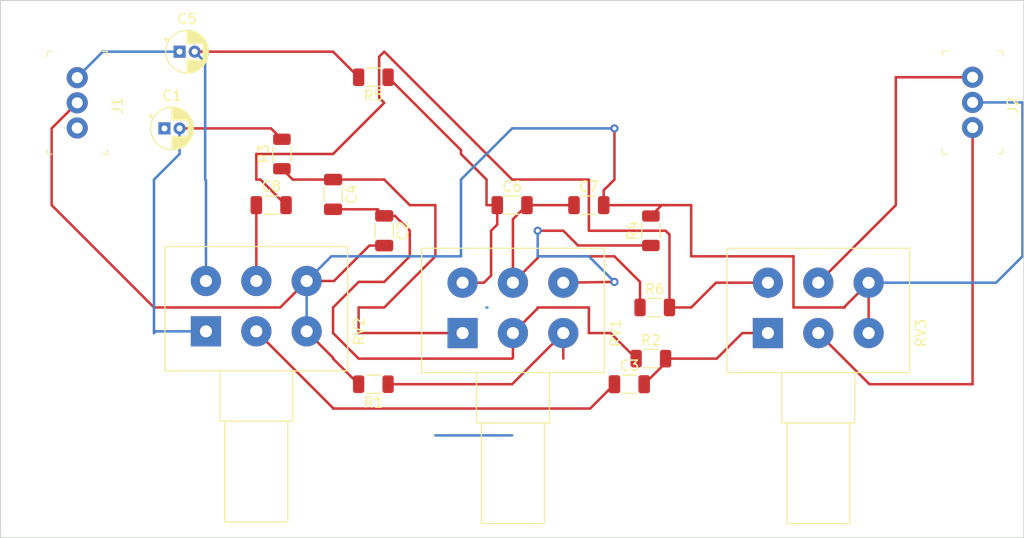
<source format=kicad_pcb>
(kicad_pcb (version 20221018) (generator pcbnew)
  (layers (0 "F.Cu" signal) (31 "B.Cu" signal) (34 "B.Paste" user) (35 "F.Paste" user) (36 "B.SilkS" user "B.Silkscreen") (37 "F.SilkS" user "F.Silkscreen") (38 "B.Mask" user) (39 "F.Mask" user) (44 "Edge.Cuts" user))
  (net 0 "")
  (net 1 "/R")
  (net 2 "Net-(C1-Pad2)")
  (net 3 "Net-(C2-Pad1)")
  (net 4 "Net-(C3-Pad1)")
  (net 5 "Net-(C3-Pad2)")
  (net 6 "Net-(C4-Pad1)")
  (net 7 "/L")
  (net 8 "Net-(C5-Pad2)")
  (net 9 "Net-(C6-Pad1)")
  (net 10 "Net-(C6-Pad2)")
  (net 11 "Net-(C8-Pad1)")
  (net 12 "Net-(C8-Pad2)")
  (net 13 "GND")
  (net 14 "/Output L ")
  (net 15 "/Output R")
  (net 16 "Net-(R1-Pad1)")
  (net 17 "Net-(R4-Pad1)")
  (footprint "Capacitor_SMD:C_1206_3216Metric" (layer "F.Cu") (at 111.76 91.44)
    (fp_text reference "C7" (at 0 -1.85) (layer "F.SilkS"))
    (fp_text value "47n")
    (fp_line (start -0.711252 -0.91) (end 0.711252 -0.91) (stroke (width 0.12)) (layer "F.SilkS"))
    (fp_line (start -0.711252 0.91) (end 0.711252 0.91) (stroke (width 0.12)) (layer "F.SilkS"))
    (pad "1" smd roundrect (at -1.475 0) (size 1.15 1.8) (layers "F.Cu" "F.Paste" "F.Mask") (roundrect_rratio 0.217391) (net 10 "Net-(C6-Pad2)"))
    (pad "2" smd roundrect (at 1.475 0) (size 1.15 1.8) (layers "F.Cu" "F.Paste" "F.Mask") (roundrect_rratio 0.217391) (net 13 "GND"))
  )
  (footprint "Resistor_SMD:R_1206_3216Metric" (layer "F.Cu") (at 117.9175 106.68)
    (fp_text reference "R2" (at 0 -1.82) (layer "F.SilkS"))
    (fp_text value "560")
    (fp_line (start -0.727064 -0.91) (end 0.727064 -0.91) (stroke (width 0.12)) (layer "F.SilkS"))
    (fp_line (start -0.727064 0.91) (end 0.727064 0.91) (stroke (width 0.12)) (layer "F.SilkS"))
    (pad "1" smd roundrect (at -1.4625 0) (size 1.125 1.75) (layers "F.Cu" "F.Paste" "F.Mask") (roundrect_rratio 0.222222) (net 3 "Net-(C2-Pad1)"))
    (pad "2" smd roundrect (at 1.4625 0) (size 1.125 1.75) (layers "F.Cu" "F.Paste" "F.Mask") (roundrect_rratio 0.222222) (net 5 "Net-(C3-Pad2)"))
  )
  (footprint "Resistor_SMD:R_1206_3216Metric" (layer "F.Cu") (at 81.28 86.36 90)
    (fp_text reference "R3" (at 0 -1.82 90) (layer "F.SilkS"))
    (fp_text value "4K7")
    (fp_line (start -0.727064 -0.91) (end 0.727064 -0.91) (stroke (width 0.12)) (layer "F.SilkS"))
    (fp_line (start -0.727064 0.91) (end 0.727064 0.91) (stroke (width 0.12)) (layer "F.SilkS"))
    (pad "1" smd roundrect (at -1.4625 0 90) (size 1.125 1.75) (layers "F.Cu" "F.Paste" "F.Mask") (roundrect_rratio 0.222222) (net 6 "Net-(C4-Pad1)"))
    (pad "2" smd roundrect (at 1.4625 0 90) (size 1.125 1.75) (layers "F.Cu" "F.Paste" "F.Mask") (roundrect_rratio 0.222222) (net 2 "Net-(C1-Pad2)"))
  )
  (footprint "Potentiometer_THT:Potentiometer_Alps_RK163_Dual_Horizontal" (layer "F.Cu") (at 99.22 104.14 90)
    (fp_text reference "RV1" (at -0.000001 15.199999 90) (layer "F.SilkS"))
    (fp_text value "10k")
    (fp_line (start -18.92 8.12) (end -18.92 1.88) (stroke (width 0.12)) (layer "F.SilkS"))
    (fp_line (start -8.92 1.88) (end -18.92 1.88) (stroke (width 0.12)) (layer "F.SilkS"))
    (fp_line (start -8.92 8.12) (end -18.92 8.12) (stroke (width 0.12)) (layer "F.SilkS"))
    (fp_line (start -8.92 8.62) (end -8.92 1.38) (stroke (width 0.12)) (layer "F.SilkS"))
    (fp_line (start -3.92 1.38) (end -8.92 1.38) (stroke (width 0.12)) (layer "F.SilkS"))
    (fp_line (start -3.92 8.62) (end -8.92 8.62) (stroke (width 0.12)) (layer "F.SilkS"))
    (fp_line (start -3.92 14.07) (end -3.92 -4.07) (stroke (width 0.12)) (layer "F.SilkS"))
    (fp_line (start 8.42 -4.07) (end -3.92 -4.07) (stroke (width 0.12)) (layer "F.SilkS"))
    (fp_line (start 8.42 14.07) (end -3.92 14.07) (stroke (width 0.12)) (layer "F.SilkS"))
    (fp_line (start 8.42 14.07) (end 8.42 -4.07) (stroke (width 0.12)) (layer "F.SilkS"))
    (pad "1" thru_hole rect (at 0 0 270) (size 3 3) (drill 1.2) (layers "*.Cu" "*.Mask") (net 6 "Net-(C4-Pad1)"))
    (pad "2" thru_hole circle (at 0 5 270) (size 3 3) (drill 1.2) (layers "*.Cu" "*.Mask") (net 3 "Net-(C2-Pad1)"))
    (pad "3" thru_hole circle (at 0 10 270) (size 3 3) (drill 1.2) (layers "*.Cu" "*.Mask") (net 16 "Net-(R1-Pad1)"))
    (pad "4" thru_hole circle (at 5 0 270) (size 3 3) (drill 1.2) (layers "*.Cu" "*.Mask") (net 9 "Net-(C6-Pad1)"))
    (pad "5" thru_hole circle (at 5 5 270) (size 3 3) (drill 1.2) (layers "*.Cu" "*.Mask") (net 10 "Net-(C6-Pad2)"))
    (pad "6" thru_hole circle (at 5 10 270) (size 3 3) (drill 1.2) (layers "*.Cu" "*.Mask") (net 17 "Net-(R4-Pad1)"))
  )
  (footprint "Capacitor_SMD:C_1206_3216Metric" (layer "F.Cu") (at 86.36 90.375 -90)
    (fp_text reference "C4" (at 0 -1.85 90) (layer "F.SilkS"))
    (fp_text value "47n")
    (fp_line (start -0.711252 -0.91) (end 0.711252 -0.91) (stroke (width 0.12)) (layer "F.SilkS"))
    (fp_line (start -0.711252 0.91) (end 0.711252 0.91) (stroke (width 0.12)) (layer "F.SilkS"))
    (pad "1" smd roundrect (at -1.475 0 270) (size 1.15 1.8) (layers "F.Cu" "F.Paste" "F.Mask") (roundrect_rratio 0.217391) (net 6 "Net-(C4-Pad1)"))
    (pad "2" smd roundrect (at 1.475 0 270) (size 1.15 1.8) (layers "F.Cu" "F.Paste" "F.Mask") (roundrect_rratio 0.217391) (net 3 "Net-(C2-Pad1)"))
  )
  (footprint "Resistor_SMD:R_1206_3216Metric" (layer "F.Cu") (at 90.3625 109.22 180)
    (fp_text reference "R1" (at 0 -1.82) (layer "F.SilkS"))
    (fp_text value "4k7")
    (fp_line (start -0.727064 -0.91) (end 0.727064 -0.91) (stroke (width 0.12)) (layer "F.SilkS"))
    (fp_line (start -0.727064 0.91) (end 0.727064 0.91) (stroke (width 0.12)) (layer "F.SilkS"))
    (pad "1" smd roundrect (at -1.4625 0 180) (size 1.125 1.75) (layers "F.Cu" "F.Paste" "F.Mask") (roundrect_rratio 0.222222) (net 16 "Net-(R1-Pad1)"))
    (pad "2" smd roundrect (at 1.4625 0 180) (size 1.125 1.75) (layers "F.Cu" "F.Paste" "F.Mask") (roundrect_rratio 0.222222) (net 13 "GND"))
  )
  (footprint "Capacitor_SMD:C_1206_3216Metric" (layer "F.Cu") (at 104.14 91.44)
    (fp_text reference "C6" (at 0 -1.85) (layer "F.SilkS"))
    (fp_text value "47n")
    (fp_line (start -0.711252 -0.91) (end 0.711252 -0.91) (stroke (width 0.12)) (layer "F.SilkS"))
    (fp_line (start -0.711252 0.91) (end 0.711252 0.91) (stroke (width 0.12)) (layer "F.SilkS"))
    (pad "1" smd roundrect (at -1.475 0) (size 1.15 1.8) (layers "F.Cu" "F.Paste" "F.Mask") (roundrect_rratio 0.217391) (net 9 "Net-(C6-Pad1)"))
    (pad "2" smd roundrect (at 1.475 0) (size 1.15 1.8) (layers "F.Cu" "F.Paste" "F.Mask") (roundrect_rratio 0.217391) (net 10 "Net-(C6-Pad2)"))
  )
  (footprint "Capacitor_SMD:C_1206_3216Metric" (layer "F.Cu") (at 115.775 109.22)
    (fp_text reference "C3" (at 0 -1.85) (layer "F.SilkS"))
    (fp_text value "10n")
    (fp_line (start -0.711252 -0.91) (end 0.711252 -0.91) (stroke (width 0.12)) (layer "F.SilkS"))
    (fp_line (start -0.711252 0.91) (end 0.711252 0.91) (stroke (width 0.12)) (layer "F.SilkS"))
    (pad "1" smd roundrect (at -1.475 0) (size 1.15 1.8) (layers "F.Cu" "F.Paste" "F.Mask") (roundrect_rratio 0.217391) (net 4 "Net-(C3-Pad1)"))
    (pad "2" smd roundrect (at 1.475 0) (size 1.15 1.8) (layers "F.Cu" "F.Paste" "F.Mask") (roundrect_rratio 0.217391) (net 5 "Net-(C3-Pad2)"))
  )
  (footprint "Capacitor_THT:CP_Radial_D4.0mm_P1.50mm" (layer "F.Cu") (at 69.62 83.82)
    (fp_text reference "C1" (at 0.75 -3.25) (layer "F.SilkS"))
    (fp_text value "C")
    (fp_line (start -1.519801 -1.195) (end -1.119801 -1.195) (stroke (width 0.12)) (layer "F.SilkS"))
    (fp_line (start -1.319801 -1.395) (end -1.319801 -0.995) (stroke (width 0.12)) (layer "F.SilkS"))
    (fp_line (start 0.75 -2.08) (end 0.75 -0.84) (stroke (width 0.12)) (layer "F.SilkS"))
    (fp_line (start 0.75 0.84) (end 0.75 2.08) (stroke (width 0.12)) (layer "F.SilkS"))
    (fp_line (start 0.79 -2.08) (end 0.79 -0.84) (stroke (width 0.12)) (layer "F.SilkS"))
    (fp_line (start 0.79 0.84) (end 0.79 2.08) (stroke (width 0.12)) (layer "F.SilkS"))
    (fp_line (start 0.83 -2.079) (end 0.83 -0.84) (stroke (width 0.12)) (layer "F.SilkS"))
    (fp_line (start 0.83 0.84) (end 0.83 2.079) (stroke (width 0.12)) (layer "F.SilkS"))
    (fp_line (start 0.87 -2.077) (end 0.87 -0.84) (stroke (width 0.12)) (layer "F.SilkS"))
    (fp_line (start 0.87 0.84) (end 0.87 2.077) (stroke (width 0.12)) (layer "F.SilkS"))
    (fp_line (start 0.91 -2.074) (end 0.91 -0.84) (stroke (width 0.12)) (layer "F.SilkS"))
    (fp_line (start 0.91 0.84) (end 0.91 2.074) (stroke (width 0.12)) (layer "F.SilkS"))
    (fp_line (start 0.95 -2.071) (end 0.95 -0.84) (stroke (width 0.12)) (layer "F.SilkS"))
    (fp_line (start 0.95 0.84) (end 0.95 2.071) (stroke (width 0.12)) (layer "F.SilkS"))
    (fp_line (start 0.99 -2.067) (end 0.99 -0.84) (stroke (width 0.12)) (layer "F.SilkS"))
    (fp_line (start 0.99 0.84) (end 0.99 2.067) (stroke (width 0.12)) (layer "F.SilkS"))
    (fp_line (start 1.03 -2.062) (end 1.03 -0.84) (stroke (width 0.12)) (layer "F.SilkS"))
    (fp_line (start 1.03 0.84) (end 1.03 2.062) (stroke (width 0.12)) (layer "F.SilkS"))
    (fp_line (start 1.07 -2.056) (end 1.07 -0.84) (stroke (width 0.12)) (layer "F.SilkS"))
    (fp_line (start 1.07 0.84) (end 1.07 2.056) (stroke (width 0.12)) (layer "F.SilkS"))
    (fp_line (start 1.11 -2.05) (end 1.11 -0.84) (stroke (width 0.12)) (layer "F.SilkS"))
    (fp_line (start 1.11 0.84) (end 1.11 2.05) (stroke (width 0.12)) (layer "F.SilkS"))
    (fp_line (start 1.15 -2.042) (end 1.15 -0.84) (stroke (width 0.12)) (layer "F.SilkS"))
    (fp_line (start 1.15 0.84) (end 1.15 2.042) (stroke (width 0.12)) (layer "F.SilkS"))
    (fp_line (start 1.19 -2.034) (end 1.19 -0.84) (stroke (width 0.12)) (layer "F.SilkS"))
    (fp_line (start 1.19 0.84) (end 1.19 2.034) (stroke (width 0.12)) (layer "F.SilkS"))
    (fp_line (start 1.23 -2.025) (end 1.23 -0.84) (stroke (width 0.12)) (layer "F.SilkS"))
    (fp_line (start 1.23 0.84) (end 1.23 2.025) (stroke (width 0.12)) (layer "F.SilkS"))
    (fp_line (start 1.27 -2.016) (end 1.27 -0.84) (stroke (width 0.12)) (layer "F.SilkS"))
    (fp_line (start 1.27 0.84) (end 1.27 2.016) (stroke (width 0.12)) (layer "F.SilkS"))
    (fp_line (start 1.31 -2.005) (end 1.31 -0.84) (stroke (width 0.12)) (layer "F.SilkS"))
    (fp_line (start 1.31 0.84) (end 1.31 2.005) (stroke (width 0.12)) (layer "F.SilkS"))
    (fp_line (start 1.35 -1.994) (end 1.35 -0.84) (stroke (width 0.12)) (layer "F.SilkS"))
    (fp_line (start 1.35 0.84) (end 1.35 1.994) (stroke (width 0.12)) (layer "F.SilkS"))
    (fp_line (start 1.39 -1.982) (end 1.39 -0.84) (stroke (width 0.12)) (layer "F.SilkS"))
    (fp_line (start 1.39 0.84) (end 1.39 1.982) (stroke (width 0.12)) (layer "F.SilkS"))
    (fp_line (start 1.43 -1.968) (end 1.43 -0.84) (stroke (width 0.12)) (layer "F.SilkS"))
    (fp_line (start 1.43 0.84) (end 1.43 1.968) (stroke (width 0.12)) (layer "F.SilkS"))
    (fp_line (start 1.471 -1.954) (end 1.471 -0.84) (stroke (width 0.12)) (layer "F.SilkS"))
    (fp_line (start 1.471 0.84) (end 1.471 1.954) (stroke (width 0.12)) (layer "F.SilkS"))
    (fp_line (start 1.511 -1.94) (end 1.511 -0.84) (stroke (width 0.12)) (layer "F.SilkS"))
    (fp_line (start 1.511 0.84) (end 1.511 1.94) (stroke (width 0.12)) (layer "F.SilkS"))
    (fp_line (start 1.551 -1.924) (end 1.551 -0.84) (stroke (width 0.12)) (layer "F.SilkS"))
    (fp_line (start 1.551 0.84) (end 1.551 1.924) (stroke (width 0.12)) (layer "F.SilkS"))
    (fp_line (start 1.591 -1.907) (end 1.591 -0.84) (stroke (width 0.12)) (layer "F.SilkS"))
    (fp_line (start 1.591 0.84) (end 1.591 1.907) (stroke (width 0.12)) (layer "F.SilkS"))
    (fp_line (start 1.631 -1.889) (end 1.631 -0.84) (stroke (width 0.12)) (layer "F.SilkS"))
    (fp_line (start 1.631 0.84) (end 1.631 1.889) (stroke (width 0.12)) (layer "F.SilkS"))
    (fp_line (start 1.671 -1.87) (end 1.671 -0.84) (stroke (width 0.12)) (layer "F.SilkS"))
    (fp_line (start 1.671 0.84) (end 1.671 1.87) (stroke (width 0.12)) (layer "F.SilkS"))
    (fp_line (start 1.711 -1.851) (end 1.711 -0.84) (stroke (width 0.12)) (layer "F.SilkS"))
    (fp_line (start 1.711 0.84) (end 1.711 1.851) (stroke (width 0.12)) (layer "F.SilkS"))
    (fp_line (start 1.751 -1.83) (end 1.751 -0.84) (stroke (width 0.12)) (layer "F.SilkS"))
    (fp_line (start 1.751 0.84) (end 1.751 1.83) (stroke (width 0.12)) (layer "F.SilkS"))
    (fp_line (start 1.791 -1.808) (end 1.791 -0.84) (stroke (width 0.12)) (layer "F.SilkS"))
    (fp_line (start 1.791 0.84) (end 1.791 1.808) (stroke (width 0.12)) (layer "F.SilkS"))
    (fp_line (start 1.831 -1.785) (end 1.831 -0.84) (stroke (width 0.12)) (layer "F.SilkS"))
    (fp_line (start 1.831 0.84) (end 1.831 1.785) (stroke (width 0.12)) (layer "F.SilkS"))
    (fp_line (start 1.871 -1.76) (end 1.871 -0.84) (stroke (width 0.12)) (layer "F.SilkS"))
    (fp_line (start 1.871 0.84) (end 1.871 1.76) (stroke (width 0.12)) (layer "F.SilkS"))
    (fp_line (start 1.911 -1.735) (end 1.911 -0.84) (stroke (width 0.12)) (layer "F.SilkS"))
    (fp_line (start 1.911 0.84) (end 1.911 1.735) (stroke (width 0.12)) (layer "F.SilkS"))
    (fp_line (start 1.951 -1.708) (end 1.951 -0.84) (stroke (width 0.12)) (layer "F.SilkS"))
    (fp_line (start 1.951 0.84) (end 1.951 1.708) (stroke (width 0.12)) (layer "F.SilkS"))
    (fp_line (start 1.991 -1.68) (end 1.991 -0.84) (stroke (width 0.12)) (layer "F.SilkS"))
    (fp_line (start 1.991 0.84) (end 1.991 1.68) (stroke (width 0.12)) (layer "F.SilkS"))
    (fp_line (start 2.031 -1.65) (end 2.031 -0.84) (stroke (width 0.12)) (layer "F.SilkS"))
    (fp_line (start 2.031 0.84) (end 2.031 1.65) (stroke (width 0.12)) (layer "F.SilkS"))
    (fp_line (start 2.071 -1.619) (end 2.071 -0.84) (stroke (width 0.12)) (layer "F.SilkS"))
    (fp_line (start 2.071 0.84) (end 2.071 1.619) (stroke (width 0.12)) (layer "F.SilkS"))
    (fp_line (start 2.111 -1.587) (end 2.111 -0.84) (stroke (width 0.12)) (layer "F.SilkS"))
    (fp_line (start 2.111 0.84) (end 2.111 1.587) (stroke (width 0.12)) (layer "F.SilkS"))
    (fp_line (start 2.151 -1.552) (end 2.151 -0.84) (stroke (width 0.12)) (layer "F.SilkS"))
    (fp_line (start 2.151 0.84) (end 2.151 1.552) (stroke (width 0.12)) (layer "F.SilkS"))
    (fp_line (start 2.191 -1.516) (end 2.191 -0.84) (stroke (width 0.12)) (layer "F.SilkS"))
    (fp_line (start 2.191 0.84) (end 2.191 1.516) (stroke (width 0.12)) (layer "F.SilkS"))
    (fp_line (start 2.231 -1.478) (end 2.231 -0.84) (stroke (width 0.12)) (layer "F.SilkS"))
    (fp_line (start 2.231 0.84) (end 2.231 1.478) (stroke (width 0.12)) (layer "F.SilkS"))
    (fp_line (start 2.271 -1.438) (end 2.271 -0.84) (stroke (width 0.12)) (layer "F.SilkS"))
    (fp_line (start 2.271 0.84) (end 2.271 1.438) (stroke (width 0.12)) (layer "F.SilkS"))
    (fp_line (start 2.311 -1.396) (end 2.311 -0.84) (stroke (width 0.12)) (layer "F.SilkS"))
    (fp_line (start 2.311 0.84) (end 2.311 1.396) (stroke (width 0.12)) (layer "F.SilkS"))
    (fp_line (start 2.351 -1.351) (end 2.351 1.351) (stroke (width 0.12)) (layer "F.SilkS"))
    (fp_line (start 2.391 -1.304) (end 2.391 1.304) (stroke (width 0.12)) (layer "F.SilkS"))
    (fp_line (start 2.431 -1.254) (end 2.431 1.254) (stroke (width 0.12)) (layer "F.SilkS"))
    (fp_line (start 2.471 -1.2) (end 2.471 1.2) (stroke (width 0.12)) (layer "F.SilkS"))
    (fp_line (start 2.511 -1.142) (end 2.511 1.142) (stroke (width 0.12)) (layer "F.SilkS"))
    (fp_line (start 2.551 -1.08) (end 2.551 1.08) (stroke (width 0.12)) (layer "F.SilkS"))
    (fp_line (start 2.591 -1.013) (end 2.591 1.013) (stroke (width 0.12)) (layer "F.SilkS"))
    (fp_line (start 2.631 -0.94) (end 2.631 0.94) (stroke (width 0.12)) (layer "F.SilkS"))
    (fp_line (start 2.671 -0.859) (end 2.671 0.859) (stroke (width 0.12)) (layer "F.SilkS"))
    (fp_line (start 2.711 -0.768) (end 2.711 0.768) (stroke (width 0.12)) (layer "F.SilkS"))
    (fp_line (start 2.751 -0.664) (end 2.751 0.664) (stroke (width 0.12)) (layer "F.SilkS"))
    (fp_line (start 2.791 -0.537) (end 2.791 0.537) (stroke (width 0.12)) (layer "F.SilkS"))
    (fp_line (start 2.831 -0.37) (end 2.831 0.37) (stroke (width 0.12)) (layer "F.SilkS"))
    (fp_circle (center 0.75 0) (end 2.87 0) (stroke (width 0.12)) (fill none) (layer "F.SilkS"))
    (pad "1" thru_hole rect (at 0 0) (size 1.2 1.2) (drill 0.6) (layers "*.Cu" "*.Mask") (net 1 "/R"))
    (pad "2" thru_hole circle (at 1.5 0) (size 1.2 1.2) (drill 0.6) (layers "*.Cu" "*.Mask") (net 2 "Net-(C1-Pad2)"))
  )
  (footprint "Resistor_SMD:R_1206_3216Metric" (layer "F.Cu") (at 118.3025 101.6)
    (fp_text reference "R6" (at 0 -1.82) (layer "F.SilkS"))
    (fp_text value "560")
    (fp_line (start -0.727064 -0.91) (end 0.727064 -0.91) (stroke (width 0.12)) (layer "F.SilkS"))
    (fp_line (start -0.727064 0.91) (end 0.727064 0.91) (stroke (width 0.12)) (layer "F.SilkS"))
    (pad "1" smd roundrect (at -1.4625 0) (size 1.125 1.75) (layers "F.Cu" "F.Paste" "F.Mask") (roundrect_rratio 0.222222) (net 10 "Net-(C6-Pad2)"))
    (pad "2" smd roundrect (at 1.4625 0) (size 1.125 1.75) (layers "F.Cu" "F.Paste" "F.Mask") (roundrect_rratio 0.222222) (net 12 "Net-(C8-Pad2)"))
  )
  (footprint "digikey-footprints:PinHeader_1x3_P2.5mm_Drill1.1mm" (layer "F.Cu") (at 149.86 78.74 -90)
    (fp_text reference "J2" (at 2.8 -4 90) (layer "F.SilkS"))
    (fp_text value "B3B-XH-A_LF__SN_")
    (fp_line (start -2.6 -3) (end -2.6 -2.5) (stroke (width 0.1)) (layer "F.SilkS"))
    (fp_line (start -2.6 -3) (end -2.1 -3) (stroke (width 0.1)) (layer "F.SilkS"))
    (fp_line (start -2.6 3) (end -2.6 2.5) (stroke (width 0.1)) (layer "F.SilkS"))
    (fp_line (start -2.6 3) (end -2.1 3) (stroke (width 0.1)) (layer "F.SilkS"))
    (fp_line (start 7.6 -3) (end 7.1 -3) (stroke (width 0.1)) (layer "F.SilkS"))
    (fp_line (start 7.6 -3) (end 7.6 -2.5) (stroke (width 0.1)) (layer "F.SilkS"))
    (fp_line (start 7.6 3) (end 7.1 3) (stroke (width 0.1)) (layer "F.SilkS"))
    (fp_line (start 7.6 3) (end 7.6 2.5) (stroke (width 0.1)) (layer "F.SilkS"))
    (pad "1" thru_hole circle (at 0 0 270) (size 2.1 2.1) (drill 1.1) (layers "*.Cu" "*.Mask") (net 14 "/Output L "))
    (pad "2" thru_hole circle (at 2.5 0 270) (size 2.1 2.1) (drill 1.1) (layers "*.Cu" "*.Mask") (net 13 "GND"))
    (pad "3" thru_hole circle (at 5 0 270) (size 2.1 2.1) (drill 1.1) (layers "*.Cu" "*.Mask") (net 15 "/Output R"))
  )
  (footprint "Resistor_SMD:R_1206_3216Metric" (layer "F.Cu") (at 90.3625 78.74 180)
    (fp_text reference "R5" (at 0 -1.82) (layer "F.SilkS"))
    (fp_text value "4k7")
    (fp_line (start -0.727064 -0.91) (end 0.727064 -0.91) (stroke (width 0.12)) (layer "F.SilkS"))
    (fp_line (start -0.727064 0.91) (end 0.727064 0.91) (stroke (width 0.12)) (layer "F.SilkS"))
    (pad "1" smd roundrect (at -1.4625 0 180) (size 1.125 1.75) (layers "F.Cu" "F.Paste" "F.Mask") (roundrect_rratio 0.222222) (net 9 "Net-(C6-Pad1)"))
    (pad "2" smd roundrect (at 1.4625 0 180) (size 1.125 1.75) (layers "F.Cu" "F.Paste" "F.Mask") (roundrect_rratio 0.222222) (net 8 "Net-(C5-Pad2)"))
  )
  (footprint "Capacitor_SMD:C_1206_3216Metric" (layer "F.Cu") (at 80.215 91.44)
    (fp_text reference "C8" (at 0 -1.85) (layer "F.SilkS"))
    (fp_text value "10n")
    (fp_line (start -0.711252 -0.91) (end 0.711252 -0.91) (stroke (width 0.12)) (layer "F.SilkS"))
    (fp_line (start -0.711252 0.91) (end 0.711252 0.91) (stroke (width 0.12)) (layer "F.SilkS"))
    (pad "1" smd roundrect (at -1.475 0) (size 1.15 1.8) (layers "F.Cu" "F.Paste" "F.Mask") (roundrect_rratio 0.217391) (net 11 "Net-(C8-Pad1)"))
    (pad "2" smd roundrect (at 1.475 0) (size 1.15 1.8) (layers "F.Cu" "F.Paste" "F.Mask") (roundrect_rratio 0.217391) (net 12 "Net-(C8-Pad2)"))
  )
  (footprint "Potentiometer_THT:Potentiometer_Alps_RK163_Dual_Horizontal" (layer "F.Cu") (at 73.74 103.97 90)
    (fp_text reference "RV2" (at -0.000001 15.199999 90) (layer "F.SilkS"))
    (fp_text value "10k")
    (fp_line (start -18.92 8.12) (end -18.92 1.88) (stroke (width 0.12)) (layer "F.SilkS"))
    (fp_line (start -8.92 1.88) (end -18.92 1.88) (stroke (width 0.12)) (layer "F.SilkS"))
    (fp_line (start -8.92 8.12) (end -18.92 8.12) (stroke (width 0.12)) (layer "F.SilkS"))
    (fp_line (start -8.92 8.62) (end -8.92 1.38) (stroke (width 0.12)) (layer "F.SilkS"))
    (fp_line (start -3.92 1.38) (end -8.92 1.38) (stroke (width 0.12)) (layer "F.SilkS"))
    (fp_line (start -3.92 8.62) (end -8.92 8.62) (stroke (width 0.12)) (layer "F.SilkS"))
    (fp_line (start -3.92 14.07) (end -3.92 -4.07) (stroke (width 0.12)) (layer "F.SilkS"))
    (fp_line (start 8.42 -4.07) (end -3.92 -4.07) (stroke (width 0.12)) (layer "F.SilkS"))
    (fp_line (start 8.42 14.07) (end -3.92 14.07) (stroke (width 0.12)) (layer "F.SilkS"))
    (fp_line (start 8.42 14.07) (end 8.42 -4.07) (stroke (width 0.12)) (layer "F.SilkS"))
    (pad "1" thru_hole rect (at 0 0 270) (size 3 3) (drill 1.2) (layers "*.Cu" "*.Mask") (net 2 "Net-(C1-Pad2)"))
    (pad "2" thru_hole circle (at 0 5 270) (size 3 3) (drill 1.2) (layers "*.Cu" "*.Mask") (net 4 "Net-(C3-Pad1)"))
    (pad "3" thru_hole circle (at 0 10 270) (size 3 3) (drill 1.2) (layers "*.Cu" "*.Mask") (net 13 "GND"))
    (pad "4" thru_hole circle (at 5 0 270) (size 3 3) (drill 1.2) (layers "*.Cu" "*.Mask") (net 8 "Net-(C5-Pad2)"))
    (pad "5" thru_hole circle (at 5 5 270) (size 3 3) (drill 1.2) (layers "*.Cu" "*.Mask") (net 11 "Net-(C8-Pad1)"))
    (pad "6" thru_hole circle (at 5 10 270) (size 3 3) (drill 1.2) (layers "*.Cu" "*.Mask") (net 13 "GND"))
  )
  (footprint "Potentiometer_THT:Potentiometer_Alps_RK163_Dual_Horizontal" (layer "F.Cu") (at 129.54 104.14 90)
    (fp_text reference "RV3" (at -0.000001 15.199999 90) (layer "F.SilkS"))
    (fp_text value "20k")
    (fp_line (start -18.92 8.12) (end -18.92 1.88) (stroke (width 0.12)) (layer "F.SilkS"))
    (fp_line (start -8.92 1.88) (end -18.92 1.88) (stroke (width 0.12)) (layer "F.SilkS"))
    (fp_line (start -8.92 8.12) (end -18.92 8.12) (stroke (width 0.12)) (layer "F.SilkS"))
    (fp_line (start -8.92 8.62) (end -8.92 1.38) (stroke (width 0.12)) (layer "F.SilkS"))
    (fp_line (start -3.92 1.38) (end -8.92 1.38) (stroke (width 0.12)) (layer "F.SilkS"))
    (fp_line (start -3.92 8.62) (end -8.92 8.62) (stroke (width 0.12)) (layer "F.SilkS"))
    (fp_line (start -3.92 14.07) (end -3.92 -4.07) (stroke (width 0.12)) (layer "F.SilkS"))
    (fp_line (start 8.42 -4.07) (end -3.92 -4.07) (stroke (width 0.12)) (layer "F.SilkS"))
    (fp_line (start 8.42 14.07) (end -3.92 14.07) (stroke (width 0.12)) (layer "F.SilkS"))
    (fp_line (start 8.42 14.07) (end 8.42 -4.07) (stroke (width 0.12)) (layer "F.SilkS"))
    (pad "1" thru_hole rect (at 0 0 270) (size 3 3) (drill 1.2) (layers "*.Cu" "*.Mask") (net 5 "Net-(C3-Pad2)"))
    (pad "2" thru_hole circle (at 0 5 270) (size 3 3) (drill 1.2) (layers "*.Cu" "*.Mask") (net 15 "/Output R"))
    (pad "3" thru_hole circle (at 0 10 270) (size 3 3) (drill 1.2) (layers "*.Cu" "*.Mask") (net 13 "GND"))
    (pad "4" thru_hole circle (at 5 0 270) (size 3 3) (drill 1.2) (layers "*.Cu" "*.Mask") (net 12 "Net-(C8-Pad2)"))
    (pad "5" thru_hole circle (at 5 5 270) (size 3 3) (drill 1.2) (layers "*.Cu" "*.Mask") (net 14 "/Output L "))
    (pad "6" thru_hole circle (at 5 10 270) (size 3 3) (drill 1.2) (layers "*.Cu" "*.Mask") (net 13 "GND"))
  )
  (footprint "Capacitor_SMD:C_1206_3216Metric" (layer "F.Cu") (at 91.44 93.98 -90)
    (fp_text reference "C2" (at 0 -1.85 90) (layer "F.SilkS"))
    (fp_text value "47n")
    (fp_line (start -0.711252 -0.91) (end 0.711252 -0.91) (stroke (width 0.12)) (layer "F.SilkS"))
    (fp_line (start -0.711252 0.91) (end 0.711252 0.91) (stroke (width 0.12)) (layer "F.SilkS"))
    (pad "1" smd roundrect (at -1.475 0 270) (size 1.15 1.8) (layers "F.Cu" "F.Paste" "F.Mask") (roundrect_rratio 0.217391) (net 3 "Net-(C2-Pad1)"))
    (pad "2" smd roundrect (at 1.475 0 270) (size 1.15 1.8) (layers "F.Cu" "F.Paste" "F.Mask") (roundrect_rratio 0.217391) (net 13 "GND"))
  )
  (footprint "Capacitor_THT:CP_Radial_D4.0mm_P1.50mm" (layer "F.Cu") (at 71.12 76.2)
    (fp_text reference "C5" (at 0.75 -3.25) (layer "F.SilkS"))
    (fp_text value "100u")
    (fp_line (start -1.519801 -1.195) (end -1.119801 -1.195) (stroke (width 0.12)) (layer "F.SilkS"))
    (fp_line (start -1.319801 -1.395) (end -1.319801 -0.995) (stroke (width 0.12)) (layer "F.SilkS"))
    (fp_line (start 0.75 -2.08) (end 0.75 -0.84) (stroke (width 0.12)) (layer "F.SilkS"))
    (fp_line (start 0.75 0.84) (end 0.75 2.08) (stroke (width 0.12)) (layer "F.SilkS"))
    (fp_line (start 0.79 -2.08) (end 0.79 -0.84) (stroke (width 0.12)) (layer "F.SilkS"))
    (fp_line (start 0.79 0.84) (end 0.79 2.08) (stroke (width 0.12)) (layer "F.SilkS"))
    (fp_line (start 0.83 -2.079) (end 0.83 -0.84) (stroke (width 0.12)) (layer "F.SilkS"))
    (fp_line (start 0.83 0.84) (end 0.83 2.079) (stroke (width 0.12)) (layer "F.SilkS"))
    (fp_line (start 0.87 -2.077) (end 0.87 -0.84) (stroke (width 0.12)) (layer "F.SilkS"))
    (fp_line (start 0.87 0.84) (end 0.87 2.077) (stroke (width 0.12)) (layer "F.SilkS"))
    (fp_line (start 0.91 -2.074) (end 0.91 -0.84) (stroke (width 0.12)) (layer "F.SilkS"))
    (fp_line (start 0.91 0.84) (end 0.91 2.074) (stroke (width 0.12)) (layer "F.SilkS"))
    (fp_line (start 0.95 -2.071) (end 0.95 -0.84) (stroke (width 0.12)) (layer "F.SilkS"))
    (fp_line (start 0.95 0.84) (end 0.95 2.071) (stroke (width 0.12)) (layer "F.SilkS"))
    (fp_line (start 0.99 -2.067) (end 0.99 -0.84) (stroke (width 0.12)) (layer "F.SilkS"))
    (fp_line (start 0.99 0.84) (end 0.99 2.067) (stroke (width 0.12)) (layer "F.SilkS"))
    (fp_line (start 1.03 -2.062) (end 1.03 -0.84) (stroke (width 0.12)) (layer "F.SilkS"))
    (fp_line (start 1.03 0.84) (end 1.03 2.062) (stroke (width 0.12)) (layer "F.SilkS"))
    (fp_line (start 1.07 -2.056) (end 1.07 -0.84) (stroke (width 0.12)) (layer "F.SilkS"))
    (fp_line (start 1.07 0.84) (end 1.07 2.056) (stroke (width 0.12)) (layer "F.SilkS"))
    (fp_line (start 1.11 -2.05) (end 1.11 -0.84) (stroke (width 0.12)) (layer "F.SilkS"))
    (fp_line (start 1.11 0.84) (end 1.11 2.05) (stroke (width 0.12)) (layer "F.SilkS"))
    (fp_line (start 1.15 -2.042) (end 1.15 -0.84) (stroke (width 0.12)) (layer "F.SilkS"))
    (fp_line (start 1.15 0.84) (end 1.15 2.042) (stroke (width 0.12)) (layer "F.SilkS"))
    (fp_line (start 1.19 -2.034) (end 1.19 -0.84) (stroke (width 0.12)) (layer "F.SilkS"))
    (fp_line (start 1.19 0.84) (end 1.19 2.034) (stroke (width 0.12)) (layer "F.SilkS"))
    (fp_line (start 1.23 -2.025) (end 1.23 -0.84) (stroke (width 0.12)) (layer "F.SilkS"))
    (fp_line (start 1.23 0.84) (end 1.23 2.025) (stroke (width 0.12)) (layer "F.SilkS"))
    (fp_line (start 1.27 -2.016) (end 1.27 -0.84) (stroke (width 0.12)) (layer "F.SilkS"))
    (fp_line (start 1.27 0.84) (end 1.27 2.016) (stroke (width 0.12)) (layer "F.SilkS"))
    (fp_line (start 1.31 -2.005) (end 1.31 -0.84) (stroke (width 0.12)) (layer "F.SilkS"))
    (fp_line (start 1.31 0.84) (end 1.31 2.005) (stroke (width 0.12)) (layer "F.SilkS"))
    (fp_line (start 1.35 -1.994) (end 1.35 -0.84) (stroke (width 0.12)) (layer "F.SilkS"))
    (fp_line (start 1.35 0.84) (end 1.35 1.994) (stroke (width 0.12)) (layer "F.SilkS"))
    (fp_line (start 1.39 -1.982) (end 1.39 -0.84) (stroke (width 0.12)) (layer "F.SilkS"))
    (fp_line (start 1.39 0.84) (end 1.39 1.982) (stroke (width 0.12)) (layer "F.SilkS"))
    (fp_line (start 1.43 -1.968) (end 1.43 -0.84) (stroke (width 0.12)) (layer "F.SilkS"))
    (fp_line (start 1.43 0.84) (end 1.43 1.968) (stroke (width 0.12)) (layer "F.SilkS"))
    (fp_line (start 1.471 -1.954) (end 1.471 -0.84) (stroke (width 0.12)) (layer "F.SilkS"))
    (fp_line (start 1.471 0.84) (end 1.471 1.954) (stroke (width 0.12)) (layer "F.SilkS"))
    (fp_line (start 1.511 -1.94) (end 1.511 -0.84) (stroke (width 0.12)) (layer "F.SilkS"))
    (fp_line (start 1.511 0.84) (end 1.511 1.94) (stroke (width 0.12)) (layer "F.SilkS"))
    (fp_line (start 1.551 -1.924) (end 1.551 -0.84) (stroke (width 0.12)) (layer "F.SilkS"))
    (fp_line (start 1.551 0.84) (end 1.551 1.924) (stroke (width 0.12)) (layer "F.SilkS"))
    (fp_line (start 1.591 -1.907) (end 1.591 -0.84) (stroke (width 0.12)) (layer "F.SilkS"))
    (fp_line (start 1.591 0.84) (end 1.591 1.907) (stroke (width 0.12)) (layer "F.SilkS"))
    (fp_line (start 1.631 -1.889) (end 1.631 -0.84) (stroke (width 0.12)) (layer "F.SilkS"))
    (fp_line (start 1.631 0.84) (end 1.631 1.889) (stroke (width 0.12)) (layer "F.SilkS"))
    (fp_line (start 1.671 -1.87) (end 1.671 -0.84) (stroke (width 0.12)) (layer "F.SilkS"))
    (fp_line (start 1.671 0.84) (end 1.671 1.87) (stroke (width 0.12)) (layer "F.SilkS"))
    (fp_line (start 1.711 -1.851) (end 1.711 -0.84) (stroke (width 0.12)) (layer "F.SilkS"))
    (fp_line (start 1.711 0.84) (end 1.711 1.851) (stroke (width 0.12)) (layer "F.SilkS"))
    (fp_line (start 1.751 -1.83) (end 1.751 -0.84) (stroke (width 0.12)) (layer "F.SilkS"))
    (fp_line (start 1.751 0.84) (end 1.751 1.83) (stroke (width 0.12)) (layer "F.SilkS"))
    (fp_line (start 1.791 -1.808) (end 1.791 -0.84) (stroke (width 0.12)) (layer "F.SilkS"))
    (fp_line (start 1.791 0.84) (end 1.791 1.808) (stroke (width 0.12)) (layer "F.SilkS"))
    (fp_line (start 1.831 -1.785) (end 1.831 -0.84) (stroke (width 0.12)) (layer "F.SilkS"))
    (fp_line (start 1.831 0.84) (end 1.831 1.785) (stroke (width 0.12)) (layer "F.SilkS"))
    (fp_line (start 1.871 -1.76) (end 1.871 -0.84) (stroke (width 0.12)) (layer "F.SilkS"))
    (fp_line (start 1.871 0.84) (end 1.871 1.76) (stroke (width 0.12)) (layer "F.SilkS"))
    (fp_line (start 1.911 -1.735) (end 1.911 -0.84) (stroke (width 0.12)) (layer "F.SilkS"))
    (fp_line (start 1.911 0.84) (end 1.911 1.735) (stroke (width 0.12)) (layer "F.SilkS"))
    (fp_line (start 1.951 -1.708) (end 1.951 -0.84) (stroke (width 0.12)) (layer "F.SilkS"))
    (fp_line (start 1.951 0.84) (end 1.951 1.708) (stroke (width 0.12)) (layer "F.SilkS"))
    (fp_line (start 1.991 -1.68) (end 1.991 -0.84) (stroke (width 0.12)) (layer "F.SilkS"))
    (fp_line (start 1.991 0.84) (end 1.991 1.68) (stroke (width 0.12)) (layer "F.SilkS"))
    (fp_line (start 2.031 -1.65) (end 2.031 -0.84) (stroke (width 0.12)) (layer "F.SilkS"))
    (fp_line (start 2.031 0.84) (end 2.031 1.65) (stroke (width 0.12)) (layer "F.SilkS"))
    (fp_line (start 2.071 -1.619) (end 2.071 -0.84) (stroke (width 0.12)) (layer "F.SilkS"))
    (fp_line (start 2.071 0.84) (end 2.071 1.619) (stroke (width 0.12)) (layer "F.SilkS"))
    (fp_line (start 2.111 -1.587) (end 2.111 -0.84) (stroke (width 0.12)) (layer "F.SilkS"))
    (fp_line (start 2.111 0.84) (end 2.111 1.587) (stroke (width 0.12)) (layer "F.SilkS"))
    (fp_line (start 2.151 -1.552) (end 2.151 -0.84) (stroke (width 0.12)) (layer "F.SilkS"))
    (fp_line (start 2.151 0.84) (end 2.151 1.552) (stroke (width 0.12)) (layer "F.SilkS"))
    (fp_line (start 2.191 -1.516) (end 2.191 -0.84) (stroke (width 0.12)) (layer "F.SilkS"))
    (fp_line (start 2.191 0.84) (end 2.191 1.516) (stroke (width 0.12)) (layer "F.SilkS"))
    (fp_line (start 2.231 -1.478) (end 2.231 -0.84) (stroke (width 0.12)) (layer "F.SilkS"))
    (fp_line (start 2.231 0.84) (end 2.231 1.478) (stroke (width 0.12)) (layer "F.SilkS"))
    (fp_line (start 2.271 -1.438) (end 2.271 -0.84) (stroke (width 0.12)) (layer "F.SilkS"))
    (fp_line (start 2.271 0.84) (end 2.271 1.438) (stroke (width 0.12)) (layer "F.SilkS"))
    (fp_line (start 2.311 -1.396) (end 2.311 -0.84) (stroke (width 0.12)) (layer "F.SilkS"))
    (fp_line (start 2.311 0.84) (end 2.311 1.396) (stroke (width 0.12)) (layer "F.SilkS"))
    (fp_line (start 2.351 -1.351) (end 2.351 1.351) (stroke (width 0.12)) (layer "F.SilkS"))
    (fp_line (start 2.391 -1.304) (end 2.391 1.304) (stroke (width 0.12)) (layer "F.SilkS"))
    (fp_line (start 2.431 -1.254) (end 2.431 1.254) (stroke (width 0.12)) (layer "F.SilkS"))
    (fp_line (start 2.471 -1.2) (end 2.471 1.2) (stroke (width 0.12)) (layer "F.SilkS"))
    (fp_line (start 2.511 -1.142) (end 2.511 1.142) (stroke (width 0.12)) (layer "F.SilkS"))
    (fp_line (start 2.551 -1.08) (end 2.551 1.08) (stroke (width 0.12)) (layer "F.SilkS"))
    (fp_line (start 2.591 -1.013) (end 2.591 1.013) (stroke (width 0.12)) (layer "F.SilkS"))
    (fp_line (start 2.631 -0.94) (end 2.631 0.94) (stroke (width 0.12)) (layer "F.SilkS"))
    (fp_line (start 2.671 -0.859) (end 2.671 0.859) (stroke (width 0.12)) (layer "F.SilkS"))
    (fp_line (start 2.711 -0.768) (end 2.711 0.768) (stroke (width 0.12)) (layer "F.SilkS"))
    (fp_line (start 2.751 -0.664) (end 2.751 0.664) (stroke (width 0.12)) (layer "F.SilkS"))
    (fp_line (start 2.791 -0.537) (end 2.791 0.537) (stroke (width 0.12)) (layer "F.SilkS"))
    (fp_line (start 2.831 -0.37) (end 2.831 0.37) (stroke (width 0.12)) (layer "F.SilkS"))
    (fp_circle (center 0.75 0) (end 2.87 0) (stroke (width 0.12)) (fill none) (layer "F.SilkS"))
    (pad "1" thru_hole rect (at 0 0) (size 1.2 1.2) (drill 0.6) (layers "*.Cu" "*.Mask") (net 7 "/L"))
    (pad "2" thru_hole circle (at 1.5 0) (size 1.2 1.2) (drill 0.6) (layers "*.Cu" "*.Mask") (net 8 "Net-(C5-Pad2)"))
  )
  (footprint "digikey-footprints:PinHeader_1x3_P2.5mm_Drill1.1mm" (layer "F.Cu") (at 60.96 78.78 -90)
    (fp_text reference "J1" (at 2.8 -4 90) (layer "F.SilkS"))
    (fp_text value "B3B-XH-A_LF__SN_")
    (fp_line (start -2.6 -3) (end -2.6 -2.5) (stroke (width 0.1)) (layer "F.SilkS"))
    (fp_line (start -2.6 -3) (end -2.1 -3) (stroke (width 0.1)) (layer "F.SilkS"))
    (fp_line (start -2.6 3) (end -2.6 2.5) (stroke (width 0.1)) (layer "F.SilkS"))
    (fp_line (start -2.6 3) (end -2.1 3) (stroke (width 0.1)) (layer "F.SilkS"))
    (fp_line (start 7.6 -3) (end 7.1 -3) (stroke (width 0.1)) (layer "F.SilkS"))
    (fp_line (start 7.6 -3) (end 7.6 -2.5) (stroke (width 0.1)) (layer "F.SilkS"))
    (fp_line (start 7.6 3) (end 7.1 3) (stroke (width 0.1)) (layer "F.SilkS"))
    (fp_line (start 7.6 3) (end 7.6 2.5) (stroke (width 0.1)) (layer "F.SilkS"))
    (pad "1" thru_hole circle (at 0 0 270) (size 2.1 2.1) (drill 1.1) (layers "*.Cu" "*.Mask") (net 7 "/L"))
    (pad "2" thru_hole circle (at 2.5 0 270) (size 2.1 2.1) (drill 1.1) (layers "*.Cu" "*.Mask") (net 13 "GND"))
    (pad "3" thru_hole circle (at 5 0 270) (size 2.1 2.1) (drill 1.1) (layers "*.Cu" "*.Mask") (net 1 "/R"))
  )
  (footprint "Resistor_SMD:R_1206_3216Metric" (layer "F.Cu") (at 117.9175 93.98 90)
    (fp_text reference "R4" (at 0 -1.82 90) (layer "F.SilkS"))
    (fp_text value "4k7")
    (fp_line (start -0.727064 -0.91) (end 0.727064 -0.91) (stroke (width 0.12)) (layer "F.SilkS"))
    (fp_line (start -0.727064 0.91) (end 0.727064 0.91) (stroke (width 0.12)) (layer "F.SilkS"))
    (pad "1" smd roundrect (at -1.4625 0 90) (size 1.125 1.75) (layers "F.Cu" "F.Paste" "F.Mask") (roundrect_rratio 0.222222) (net 17 "Net-(R4-Pad1)"))
    (pad "2" smd roundrect (at 1.4625 0 90) (size 1.125 1.75) (layers "F.Cu" "F.Paste" "F.Mask") (roundrect_rratio 0.222222) (net 13 "GND"))
  )
  (gr_rect (start 53.34 71.12) (end 154.94 124.46) (stroke (width 0.1)) (fill none) (layer "Edge.Cuts"))
  (segment (start 104.14 114.3) (end 96.52 114.3) (width 0.25) (layer "B.Cu") (net 0))
  (segment (start 71.12 83.82) (end 80.2025 83.82) (width 0.25) (layer "F.Cu") (net 2))
  (segment (start 80.2025 83.82) (end 81.28 84.8975) (width 0.25) (layer "F.Cu") (net 2))
  (segment (start 68.75 103.97) (end 68.58 104.14) (width 0.25) (layer "B.Cu") (net 2))
  (segment (start 68.58 88.9) (end 68.58 104.14) (width 0.25) (layer "B.Cu") (net 2))
  (segment (start 71.12 83.82) (end 71.12 86.36) (width 0.25) (layer "B.Cu") (net 2))
  (segment (start 71.12 86.36) (end 68.58 88.9) (width 0.25) (layer "B.Cu") (net 2))
  (segment (start 73.74 103.97) (end 68.75 103.97) (width 0.25) (layer "B.Cu") (net 2))
  (segment (start 104.22 106.6) (end 104.14 106.68) (width 0.25) (layer "F.Cu") (net 3))
  (segment (start 90.785 91.85) (end 91.44 92.505) (width 0.25) (layer "F.Cu") (net 3))
  (segment (start 104.14 106.68) (end 88.9 106.68) (width 0.25) (layer "F.Cu") (net 3))
  (segment (start 88.9 106.68) (end 86.36 104.14) (width 0.25) (layer "F.Cu") (net 3))
  (segment (start 86.36 104.14) (end 86.36 101.6) (width 0.25) (layer "F.Cu") (net 3))
  (segment (start 104.22 104.14) (end 104.22 106.6) (width 0.25) (layer "F.Cu") (net 3))
  (segment (start 106.68 101.6) (end 106.68 101.68) (width 0.25) (layer "F.Cu") (net 3))
  (segment (start 113.915 104.14) (end 111.76 104.14) (width 0.25) (layer "F.Cu") (net 3))
  (segment (start 93.98 93.98) (end 92.505 92.505) (width 0.25) (layer "F.Cu") (net 3))
  (segment (start 111.76 101.6) (end 106.68 101.6) (width 0.25) (layer "F.Cu") (net 3))
  (segment (start 106.68 101.68) (end 104.22 104.14) (width 0.25) (layer "F.Cu") (net 3))
  (segment (start 92.505 92.505) (end 91.44 92.505) (width 0.25) (layer "F.Cu") (net 3))
  (segment (start 86.36 101.6) (end 88.9 99.06) (width 0.25) (layer "F.Cu") (net 3))
  (segment (start 88.9 99.06) (end 91.44 99.06) (width 0.25) (layer "F.Cu") (net 3))
  (segment (start 91.44 99.06) (end 93.98 96.52) (width 0.25) (layer "F.Cu") (net 3))
  (segment (start 116.455 106.68) (end 113.915 104.14) (width 0.25) (layer "F.Cu") (net 3))
  (segment (start 93.98 96.52) (end 93.98 93.98) (width 0.25) (layer "F.Cu") (net 3))
  (segment (start 86.36 91.85) (end 90.785 91.85) (width 0.25) (layer "F.Cu") (net 3))
  (segment (start 111.76 104.14) (end 111.76 101.6) (width 0.25) (layer "F.Cu") (net 3))
  (segment (start 101.68 101.6) (end 101.6 101.6) (width 0.25) (layer "B.Cu") (net 3))
  (segment (start 86.36 111.59) (end 78.74 103.97) (width 0.25) (layer "F.Cu") (net 4))
  (segment (start 86.36 111.635) (end 86.36 111.59) (width 0.25) (layer "F.Cu") (net 4))
  (segment (start 111.885 111.635) (end 86.36 111.635) (width 0.25) (layer "F.Cu") (net 4))
  (segment (start 114.3 109.22) (end 111.885 111.635) (width 0.25) (layer "F.Cu") (net 4))
  (segment (start 124.46 106.68) (end 127 104.14) (width 0.25) (layer "F.Cu") (net 5))
  (segment (start 119.38 107.09) (end 119.38 106.68) (width 0.25) (layer "F.Cu") (net 5))
  (segment (start 119.38 106.68) (end 124.46 106.68) (width 0.25) (layer "F.Cu") (net 5))
  (segment (start 127 104.14) (end 129.54 104.14) (width 0.25) (layer "F.Cu") (net 5))
  (segment (start 117.25 109.22) (end 119.38 107.09) (width 0.25) (layer "F.Cu") (net 5))
  (segment (start 91.44 88.9) (end 86.36 88.9) (width 0.25) (layer "F.Cu") (net 6))
  (segment (start 88.9 101.6) (end 91.44 101.6) (width 0.25) (layer "F.Cu") (net 6))
  (segment (start 91.44 101.6) (end 96.52 96.52) (width 0.25) (layer "F.Cu") (net 6))
  (segment (start 82.3575 88.9) (end 81.28 87.8225) (width 0.25) (layer "F.Cu") (net 6))
  (segment (start 86.36 88.9) (end 82.3575 88.9) (width 0.25) (layer "F.Cu") (net 6))
  (segment (start 96.52 96.52) (end 96.52 91.44) (width 0.25) (layer "F.Cu") (net 6))
  (segment (start 88.9 104.14) (end 88.9 101.6) (width 0.25) (layer "F.Cu") (net 6))
  (segment (start 93.98 91.44) (end 91.44 88.9) (width 0.25) (layer "F.Cu") (net 6))
  (segment (start 99.22 104.14) (end 88.9 104.14) (width 0.25) (layer "F.Cu") (net 6))
  (segment (start 96.52 91.44) (end 93.98 91.44) (width 0.25) (layer "F.Cu") (net 6))
  (segment (start 99.22 104.14) (end 99.06 104.14) (width 0.25) (layer "B.Cu") (net 6))
  (segment (start 63.5 76.2) (end 71.12 76.2) (width 0.25) (layer "B.Cu") (net 7))
  (segment (start 60.96 78.74) (end 63.5 76.2) (width 0.25) (layer "B.Cu") (net 7))
  (segment (start 88.9 78.74) (end 86.36 76.2) (width 0.25) (layer "F.Cu") (net 8))
  (segment (start 86.36 76.2) (end 72.62 76.2) (width 0.25) (layer "F.Cu") (net 8))
  (segment (start 72.62 76.2) (end 73.66 77.24) (width 0.25) (layer "B.Cu") (net 8))
  (segment (start 73.66 77.24) (end 73.66 88.9) (width 0.25) (layer "B.Cu") (net 8))
  (segment (start 73.66 88.9) (end 73.74 88.98) (width 0.25) (layer "B.Cu") (net 8))
  (segment (start 73.74 88.98) (end 73.74 98.97) (width 0.25) (layer "B.Cu") (net 8))
  (segment (start 102.05 98.43132) (end 101.34132 99.14) (width 0.25) (layer "F.Cu") (net 9))
  (segment (start 102.05 93.98) (end 102.05 98.43132) (width 0.25) (layer "F.Cu") (net 9))
  (segment (start 102.665 91.44) (end 102.665 93.365) (width 0.25) (layer "F.Cu") (net 9))
  (segment (start 101.6 91.44) (end 102.665 91.44) (width 0.25) (layer "F.Cu") (net 9))
  (segment (start 99.06 85.975) (end 99.06 86.36) (width 0.25) (layer "F.Cu") (net 9))
  (segment (start 99.06 86.36) (end 101.6 88.9) (width 0.25) (layer "F.Cu") (net 9))
  (segment (start 101.6 88.9) (end 101.6 91.44) (width 0.25) (layer "F.Cu") (net 9))
  (segment (start 102.665 93.365) (end 102.05 93.98) (width 0.25) (layer "F.Cu") (net 9))
  (segment (start 101.34132 99.14) (end 99.22 99.14) (width 0.25) (layer "F.Cu") (net 9))
  (segment (start 91.825 78.74) (end 99.06 85.975) (width 0.25) (layer "F.Cu") (net 9))
  (segment (start 104.22 99.14) (end 104.22 92.835) (width 0.25) (layer "F.Cu") (net 10))
  (segment (start 116.84 99.06) (end 114.3 96.52) (width 0.25) (layer "F.Cu") (net 10))
  (segment (start 116.84 101.6) (end 116.84 99.06) (width 0.25) (layer "F.Cu") (net 10))
  (segment (start 106.68 96.52) (end 106.68 96.68) (width 0.25) (layer "F.Cu") (net 10))
  (segment (start 104.22 92.835) (end 105.615 91.44) (width 0.25) (layer "F.Cu") (net 10))
  (segment (start 106.68 96.68) (end 104.22 99.14) (width 0.25) (layer "F.Cu") (net 10))
  (segment (start 114.3 96.52) (end 106.68 96.52) (width 0.25) (layer "F.Cu") (net 10))
  (segment (start 105.615 91.44) (end 110.285 91.44) (width 0.25) (layer "F.Cu") (net 10))
  (segment (start 78.74 91.44) (end 78.74 98.97) (width 0.25) (layer "F.Cu") (net 11))
  (segment (start 111.76 93.98) (end 119.38 93.98) (width 0.25) (layer "F.Cu") (net 12))
  (segment (start 86.36 86.36) (end 91.44 81.28) (width 0.25) (layer "F.Cu") (net 12))
  (segment (start 121.92 101.6) (end 119.765 101.6) (width 0.25) (layer "F.Cu") (net 12))
  (segment (start 91.44 76.2) (end 104.14 88.9) (width 0.25) (layer "F.Cu") (net 12))
  (segment (start 111.76 88.9) (end 111.76 93.98) (width 0.25) (layer "F.Cu") (net 12))
  (segment (start 91.44 81.28) (end 90.9375 80.7775) (width 0.25) (layer "F.Cu") (net 12))
  (segment (start 119.765 94.365) (end 119.765 101.6) (width 0.25) (layer "F.Cu") (net 12))
  (segment (start 78.74 86.36) (end 86.36 86.36) (width 0.25) (layer "F.Cu") (net 12))
  (segment (start 129.54 99.14) (end 124.38 99.14) (width 0.25) (layer "F.Cu") (net 12))
  (segment (start 78.74 88.9) (end 78.74 86.36) (width 0.25) (layer "F.Cu") (net 12))
  (segment (start 119.38 93.98) (end 119.765 94.365) (width 0.25) (layer "F.Cu") (net 12))
  (segment (start 90.9375 76.7025) (end 91.44 76.2) (width 0.25) (layer "F.Cu") (net 12))
  (segment (start 124.38 99.14) (end 121.92 101.6) (width 0.25) (layer "F.Cu") (net 12))
  (segment (start 90.9375 80.7775) (end 90.9375 76.7025) (width 0.25) (layer "F.Cu") (net 12))
  (segment (start 81.69 91.44) (end 79.15 88.9) (width 0.25) (layer "F.Cu") (net 12))
  (segment (start 104.14 88.9) (end 111.76 88.9) (width 0.25) (layer "F.Cu") (net 12))
  (segment (start 79.15 88.9) (end 78.74 88.9) (width 0.25) (layer "F.Cu") (net 12))
  (segment (start 89.965 95.455) (end 86.45 98.97) (width 0.25) (layer "F.Cu") (net 13))
  (segment (start 114.3 88.9) (end 113.235 89.965) (width 0.25) (layer "F.Cu") (net 13))
  (segment (start 68.58 101.6) (end 81.11 101.6) (width 0.25) (layer "F.Cu") (net 13))
  (segment (start 91.44 95.455) (end 89.965 95.455) (width 0.25) (layer "F.Cu") (net 13))
  (segment (start 139.54 99.14) (end 137.16 101.52) (width 0.25) (layer "F.Cu") (net 13))
  (segment (start 132.08 101.6) (end 132.08 96.52) (width 0.25) (layer "F.Cu") (net 13))
  (segment (start 118.995 91.44) (end 117.9175 92.5175) (width 0.25) (layer "F.Cu") (net 13))
  (segment (start 119.38 91.44) (end 113.235 91.44) (width 0.25) (layer "F.Cu") (net 13))
  (segment (start 139.54 99.22) (end 139.54 104.14) (width 0.25) (layer "F.Cu") (net 13))
  (segment (start 132.08 96.52) (end 121.92 96.52) (width 0.25) (layer "F.Cu") (net 13))
  (segment (start 139.54 99.14) (end 139.62 99.14) (width 0.25) (layer "F.Cu") (net 13))
  (segment (start 121.92 96.52) (end 121.92 91.44) (width 0.25) (layer "F.Cu") (net 13))
  (segment (start 137.16 101.6) (end 132.08 101.6) (width 0.25) (layer "F.Cu") (net 13))
  (segment (start 139.62 99.14) (end 139.54 99.22) (width 0.25) (layer "F.Cu") (net 13))
  (segment (start 58.42 83.82) (end 58.42 91.44) (width 0.25) (layer "F.Cu") (net 13))
  (segment (start 119.38 91.44) (end 118.995 91.44) (width 0.25) (layer "F.Cu") (net 13))
  (segment (start 86.36 106.68) (end 86.36 106.59) (width 0.25) (layer "F.Cu") (net 13))
  (segment (start 137.16 101.52) (end 137.16 101.6) (width 0.25) (layer "F.Cu") (net 13))
  (segment (start 114.3 83.82) (end 114.3 88.9) (width 0.25) (layer "F.Cu") (net 13))
  (segment (start 113.235 89.965) (end 113.235 91.44) (width 0.25) (layer "F.Cu") (net 13))
  (segment (start 81.11 101.6) (end 83.74 98.97) (width 0.25) (layer "F.Cu") (net 13))
  (segment (start 58.42 91.44) (end 68.58 101.6) (width 0.25) (layer "F.Cu") (net 13))
  (segment (start 88.9 109.22) (end 86.36 106.68) (width 0.25) (layer "F.Cu") (net 13))
  (segment (start 86.45 98.97) (end 83.74 98.97) (width 0.25) (layer "F.Cu") (net 13))
  (segment (start 121.92 91.44) (end 119.38 91.44) (width 0.25) (layer "F.Cu") (net 13))
  (segment (start 60.96 81.28) (end 58.42 83.82) (width 0.25) (layer "F.Cu") (net 13))
  (segment (start 86.36 106.59) (end 83.74 103.97) (width 0.25) (layer "F.Cu") (net 13))
  (via (at 114.3 83.82) (size 0.8) (drill 0.4) (layers "F.Cu" "B.Cu") (net 13))
  (segment (start 154.775 81.24) (end 149.86 81.24) (width 0.25) (layer "B.Cu") (net 13))
  (segment (start 99.06 88.9) (end 104.14 83.82) (width 0.25) (layer "B.Cu") (net 13))
  (segment (start 154.815 96.52) (end 154.815 81.28) (width 0.25) (layer "B.Cu") (net 13))
  (segment (start 154.815 81.28) (end 154.775 81.24) (width 0.25) (layer "B.Cu") (net 13))
  (segment (start 83.74 104.06) (end 83.74 98.97) (width 0.25) (layer "B.Cu") (net 13))
  (segment (start 139.54 99.14) (end 152.195 99.14) (width 0.25) (layer "B.Cu") (net 13))
  (segment (start 83.74 104.06) (end 83.82 104.14) (width 0.25) (layer "B.Cu") (net 13))
  (segment (start 86.19 96.52) (end 99.06 96.52) (width 0.25) (layer "B.Cu") (net 13))
  (segment (start 83.74 103.97) (end 83.74 104.06) (width 0.25) (layer "B.Cu") (net 13))
  (segment (start 104.14 83.82) (end 114.3 83.82) (width 0.25) (layer "B.Cu") (net 13))
  (segment (start 83.74 98.97) (end 86.19 96.52) (width 0.25) (layer "B.Cu") (net 13))
  (segment (start 99.06 96.52) (end 99.06 88.9) (width 0.25) (layer "B.Cu") (net 13))
  (segment (start 152.195 99.14) (end 154.815 96.52) (width 0.25) (layer "B.Cu") (net 13))
  (segment (start 142.24 78.74) (end 149.86 78.74) (width 0.25) (layer "F.Cu") (net 14))
  (segment (start 134.54 99.14) (end 142.24 91.44) (width 0.25) (layer "F.Cu") (net 14))
  (segment (start 142.24 91.44) (end 142.24 78.74) (width 0.25) (layer "F.Cu") (net 14))
  (segment (start 139.62 109.22) (end 149.86 109.22) (width 0.25) (layer "F.Cu") (net 15))
  (segment (start 149.86 109.22) (end 149.86 83.74) (width 0.25) (layer "F.Cu") (net 15))
  (segment (start 134.54 104.14) (end 139.62 109.22) (width 0.25) (layer "F.Cu") (net 15))
  (segment (start 109.22 106.68) (end 109.22 104.14) (width 0.25) (layer "F.Cu") (net 16))
  (segment (start 91.825 109.22) (end 104.14 109.22) (width 0.25) (layer "F.Cu") (net 16))
  (segment (start 104.14 109.22) (end 109.22 104.14) (width 0.25) (layer "F.Cu") (net 16))
  (segment (start 109.22 99.14) (end 114.3 99.06) (width 0.25) (layer "F.Cu") (net 17))
  (segment (start 109.22 93.98) (end 106.68 93.98) (width 0.25) (layer "F.Cu") (net 17))
  (segment (start 114.3 99.06) (end 114.22 99.14) (width 0.25) (layer "F.Cu") (net 17))
  (segment (start 110.6825 95.4425) (end 109.22 93.98) (width 0.25) (layer "F.Cu") (net 17))
  (segment (start 117.9175 95.4425) (end 110.6825 95.4425) (width 0.25) (layer "F.Cu") (net 17))
  (via (at 106.68 93.98) (size 0.8) (drill 0.4) (layers "F.Cu" "B.Cu") (net 17))
  (via (at 114.3 99.06) (size 0.8) (drill 0.4) (layers "F.Cu" "B.Cu") (net 17))
  (via (at 114.3 99.06) (size 0.8) (drill 0.4) (layers "F.Cu" "B.Cu") (net 17))
  (segment (start 114.3 99.06) (end 111.76 96.52) (width 0.25) (layer "B.Cu") (net 17))
  (segment (start 106.68 96.52) (end 106.68 93.98) (width 0.25) (layer "B.Cu") (net 17))
  (segment (start 111.76 96.52) (end 106.68 96.52) (width 0.25) (layer "B.Cu") (net 17))
)
</source>
